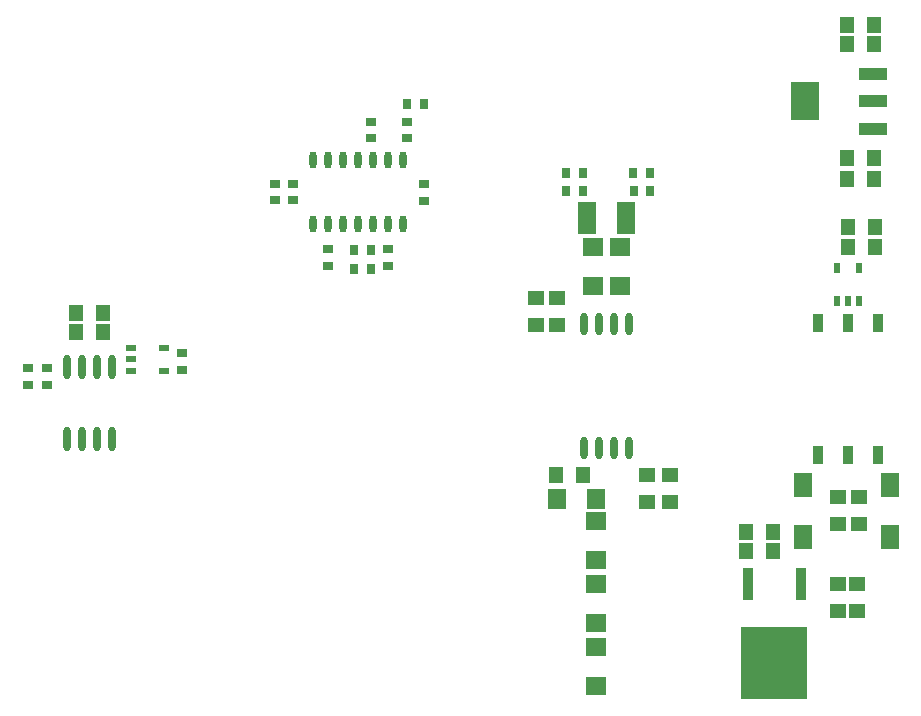
<source format=gtp>
G04*
G04 #@! TF.GenerationSoftware,Altium Limited,Altium Designer,20.2.7 (254)*
G04*
G04 Layer_Color=8421504*
%FSLAX24Y24*%
%MOIN*%
G70*
G04*
G04 #@! TF.SameCoordinates,C515DB23-E466-4867-BC0D-23839EB9CC1E*
G04*
G04*
G04 #@! TF.FilePolarity,Positive*
G04*
G01*
G75*
%ADD18R,0.0500X0.0550*%
%ADD19R,0.0945X0.1299*%
%ADD20R,0.0945X0.0394*%
%ADD21O,0.0236X0.0768*%
%ADD22R,0.0610X0.0827*%
%ADD23R,0.0650X0.0600*%
%ADD24R,0.0600X0.0650*%
%ADD25R,0.2185X0.2402*%
%ADD26R,0.0374X0.1063*%
%ADD27R,0.0374X0.0315*%
%ADD28O,0.0236X0.0827*%
%ADD29R,0.0315X0.0374*%
%ADD30R,0.0630X0.1060*%
%ADD31R,0.0550X0.0500*%
%ADD32R,0.0354X0.0591*%
%ADD33R,0.0236X0.0374*%
%ADD34O,0.0236X0.0571*%
%ADD35R,0.0374X0.0236*%
D18*
X35050Y21350D02*
D03*
X35950D02*
D03*
X26200Y13750D02*
D03*
X25300D02*
D03*
X10200Y19150D02*
D03*
X9300D02*
D03*
X10200Y18500D02*
D03*
X9300D02*
D03*
X31650Y11850D02*
D03*
X32550D02*
D03*
X31650Y11200D02*
D03*
X32550D02*
D03*
X35050Y22000D02*
D03*
X35950D02*
D03*
X35000Y24300D02*
D03*
X35900D02*
D03*
X35000Y23600D02*
D03*
X35900D02*
D03*
Y28100D02*
D03*
X35000D02*
D03*
X35900Y28750D02*
D03*
X35000D02*
D03*
D19*
X33608Y26200D02*
D03*
D20*
X35892Y27106D02*
D03*
Y26200D02*
D03*
Y25294D02*
D03*
D21*
X26250Y14633D02*
D03*
X26750D02*
D03*
X27250D02*
D03*
X27750D02*
D03*
X26250Y18767D02*
D03*
X26750D02*
D03*
X27250D02*
D03*
X27750D02*
D03*
D22*
X33550Y11668D02*
D03*
Y13400D02*
D03*
X36450Y11668D02*
D03*
Y13400D02*
D03*
D23*
X26650Y8000D02*
D03*
Y6700D02*
D03*
Y10100D02*
D03*
Y8800D02*
D03*
Y12200D02*
D03*
Y10900D02*
D03*
X27450Y21350D02*
D03*
Y20050D02*
D03*
X26550Y21350D02*
D03*
Y20050D02*
D03*
D24*
X25350Y12950D02*
D03*
X26650D02*
D03*
D25*
X32598Y7482D02*
D03*
D26*
X31700Y10100D02*
D03*
X33495D02*
D03*
D27*
X7700Y17300D02*
D03*
Y16749D02*
D03*
X8350Y16750D02*
D03*
Y17301D02*
D03*
X12850Y17244D02*
D03*
Y17796D02*
D03*
X15950Y23453D02*
D03*
Y22902D02*
D03*
X16550Y22902D02*
D03*
Y23453D02*
D03*
X17700Y20722D02*
D03*
Y21273D02*
D03*
X19700Y21278D02*
D03*
Y20727D02*
D03*
X19150Y25528D02*
D03*
Y24977D02*
D03*
X20358Y24975D02*
D03*
Y25527D02*
D03*
X20900Y22894D02*
D03*
Y23446D02*
D03*
D28*
X10500Y17351D02*
D03*
X10000D02*
D03*
X9500D02*
D03*
X9000D02*
D03*
X10500Y14949D02*
D03*
X10000D02*
D03*
X9500D02*
D03*
X9000D02*
D03*
D29*
X18589Y21237D02*
D03*
X19140D02*
D03*
X19139Y20627D02*
D03*
X18588D02*
D03*
X20350Y26100D02*
D03*
X20901D02*
D03*
X27900Y23200D02*
D03*
X28451D02*
D03*
X28446Y23800D02*
D03*
X27894D02*
D03*
X26200Y23200D02*
D03*
X25649D02*
D03*
X25654Y23800D02*
D03*
X26206D02*
D03*
D30*
X27650Y22300D02*
D03*
X26350D02*
D03*
D31*
X24650Y19650D02*
D03*
Y18750D02*
D03*
X25350Y19650D02*
D03*
Y18750D02*
D03*
X28350Y13750D02*
D03*
Y12850D02*
D03*
X29100Y13750D02*
D03*
Y12850D02*
D03*
X34700Y10100D02*
D03*
Y9200D02*
D03*
X35350Y10100D02*
D03*
Y9200D02*
D03*
X34700Y12100D02*
D03*
Y13000D02*
D03*
X35400Y12100D02*
D03*
Y13000D02*
D03*
D32*
X36050Y14400D02*
D03*
X34050D02*
D03*
X35050D02*
D03*
X34050Y18825D02*
D03*
X35050D02*
D03*
X36050D02*
D03*
D33*
X34676Y20641D02*
D03*
X35424D02*
D03*
Y19559D02*
D03*
X35050D02*
D03*
X34676D02*
D03*
D34*
X20200Y24250D02*
D03*
X19700D02*
D03*
X19200D02*
D03*
X18700D02*
D03*
X18200D02*
D03*
X17700D02*
D03*
X17200D02*
D03*
X20200Y22104D02*
D03*
X19700D02*
D03*
X19200D02*
D03*
X18700D02*
D03*
X18200D02*
D03*
X17700D02*
D03*
X17200D02*
D03*
D35*
X12241Y17974D02*
D03*
Y17226D02*
D03*
X11159D02*
D03*
Y17600D02*
D03*
Y17974D02*
D03*
M02*

</source>
